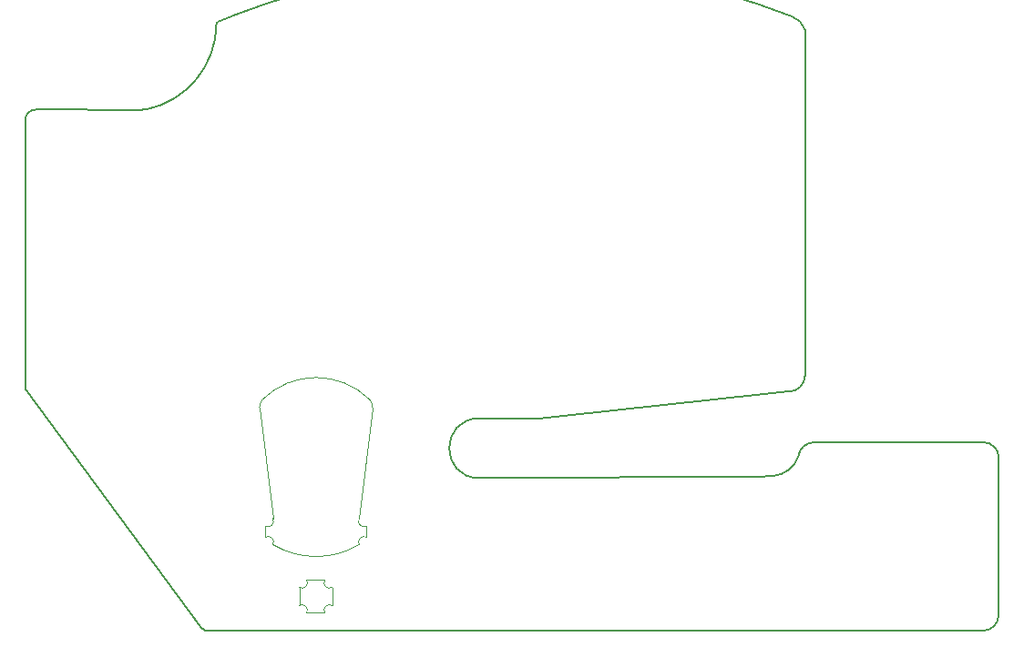
<source format=gbr>
%TF.GenerationSoftware,KiCad,Pcbnew,8.0.2*%
%TF.CreationDate,2024-07-15T13:11:32-05:00*%
%TF.ProjectId,bonsai,626f6e73-6169-42e6-9b69-6361645f7063,v1*%
%TF.SameCoordinates,Original*%
%TF.FileFunction,Profile,NP*%
%FSLAX46Y46*%
G04 Gerber Fmt 4.6, Leading zero omitted, Abs format (unit mm)*
G04 Created by KiCad (PCBNEW 8.0.2) date 2024-07-15 13:11:32*
%MOMM*%
%LPD*%
G01*
G04 APERTURE LIST*
%TA.AperFunction,Profile*%
%ADD10C,0.150000*%
%TD*%
%TA.AperFunction,Profile*%
%ADD11C,0.050000*%
%TD*%
%TA.AperFunction,Profile*%
%ADD12C,0.120000*%
%TD*%
G04 APERTURE END LIST*
D10*
X13575000Y-53050000D02*
X13566400Y-52950000D01*
X102583601Y-58133601D02*
G75*
G02*
X104049999Y-59600000I-1J-1466399D01*
G01*
X13566400Y-52950000D02*
X13566400Y-28189000D01*
X31341848Y-19159238D02*
G75*
G02*
X24750000Y-27200000I-8199998J-2D01*
G01*
X13600000Y-53200000D02*
X13575000Y-53050000D01*
X86029499Y-51963099D02*
G75*
G02*
X84563099Y-53429499I-1466399J-1D01*
G01*
X84853758Y-18540358D02*
G75*
G02*
X86029139Y-19756374I-603758J-1759642D01*
G01*
X61266800Y-55925000D02*
X55750000Y-55925000D01*
X81566400Y-61389000D02*
X55750000Y-61475000D01*
X31341848Y-19159238D02*
X31375000Y-19100000D01*
X55750000Y-61475000D02*
G75*
G02*
X55750000Y-55925000I0J2775000D01*
G01*
X30150000Y-75600000D02*
X29969684Y-75422367D01*
X30250000Y-75650000D02*
X30150000Y-75600000D01*
X104050000Y-59600000D02*
X104029499Y-74213099D01*
X61266800Y-55925000D02*
X84563099Y-53429499D01*
X31450000Y-19050000D02*
X32750000Y-18500000D01*
X24174552Y-27229762D02*
X24750000Y-27200000D01*
X31375000Y-19100000D02*
X31450000Y-19050000D01*
X13566400Y-28189000D02*
G75*
G02*
X14566400Y-27189000I1000000J0D01*
G01*
X32750000Y-18500000D02*
G75*
G02*
X84853758Y-18540357I26000000J-67000000D01*
G01*
X13690405Y-53357079D02*
X13600000Y-53200000D01*
X104029499Y-74213099D02*
G75*
G02*
X102563099Y-75679499I-1466399J-1D01*
G01*
X30399999Y-75688969D02*
X30250000Y-75650000D01*
X102563099Y-75679499D02*
X30399999Y-75688969D01*
X85412179Y-59473559D02*
G75*
G02*
X86850086Y-58152585I1487821J-176441D01*
G01*
X85412178Y-59473559D02*
G75*
G02*
X83067799Y-61281507I-2551478J884559D01*
G01*
X87150000Y-58133601D02*
X102583601Y-58133601D01*
X86029139Y-19756374D02*
X86029499Y-51963099D01*
X86850086Y-58152585D02*
X87150000Y-58133601D01*
X81566400Y-61389000D02*
X83067799Y-61281508D01*
X13690405Y-53357079D02*
X29969684Y-75422367D01*
X14566400Y-27189000D02*
X24174552Y-27229762D01*
D11*
%TO.C,U?*%
X35346442Y-54943000D02*
X36583240Y-65256000D01*
D12*
X35897440Y-66983200D02*
X35897440Y-65941800D01*
D11*
X44609639Y-65256001D02*
X45846438Y-54943000D01*
D12*
X45295440Y-65941800D02*
X45295440Y-66983200D01*
D11*
X35346442Y-54943000D02*
G75*
G02*
X35596441Y-54193001I1249998J0D01*
G01*
X35596441Y-54193001D02*
G75*
G02*
X45596439Y-54193001I4999999J-5000000D01*
G01*
D12*
X35897440Y-66983200D02*
G75*
G02*
X36583240Y-67669000I247750J-438050D01*
G01*
X36583240Y-65256000D02*
G75*
G02*
X35897440Y-65941800I-438050J-247750D01*
G01*
D11*
X44609640Y-67669000D02*
G75*
G02*
X36583240Y-67669000I-4013200J6726002D01*
G01*
D12*
X44609640Y-67669000D02*
G75*
G02*
X45295440Y-66983200I438047J247753D01*
G01*
X45295440Y-65941800D02*
G75*
G02*
X44609640Y-65256000I-247753J438047D01*
G01*
D11*
X45596439Y-54193001D02*
G75*
G02*
X45846438Y-54943000I-999992J-749996D01*
G01*
D12*
X39042400Y-73329200D02*
X39042400Y-71652800D01*
X41404600Y-70967000D02*
X39728200Y-70967000D01*
X41404600Y-74015000D02*
X39728200Y-74015000D01*
X42090400Y-73329200D02*
X42090400Y-71652800D01*
X39042400Y-73329200D02*
G75*
G02*
X39728200Y-74015000I247753J-438047D01*
G01*
X39728200Y-70967000D02*
G75*
G02*
X39042400Y-71652800I-438047J-247753D01*
G01*
X41404600Y-74015000D02*
G75*
G02*
X42090400Y-73329200I438050J247750D01*
G01*
X42090400Y-71652800D02*
G75*
G02*
X41404600Y-70967000I-247750J438050D01*
G01*
%TD*%
M02*

</source>
